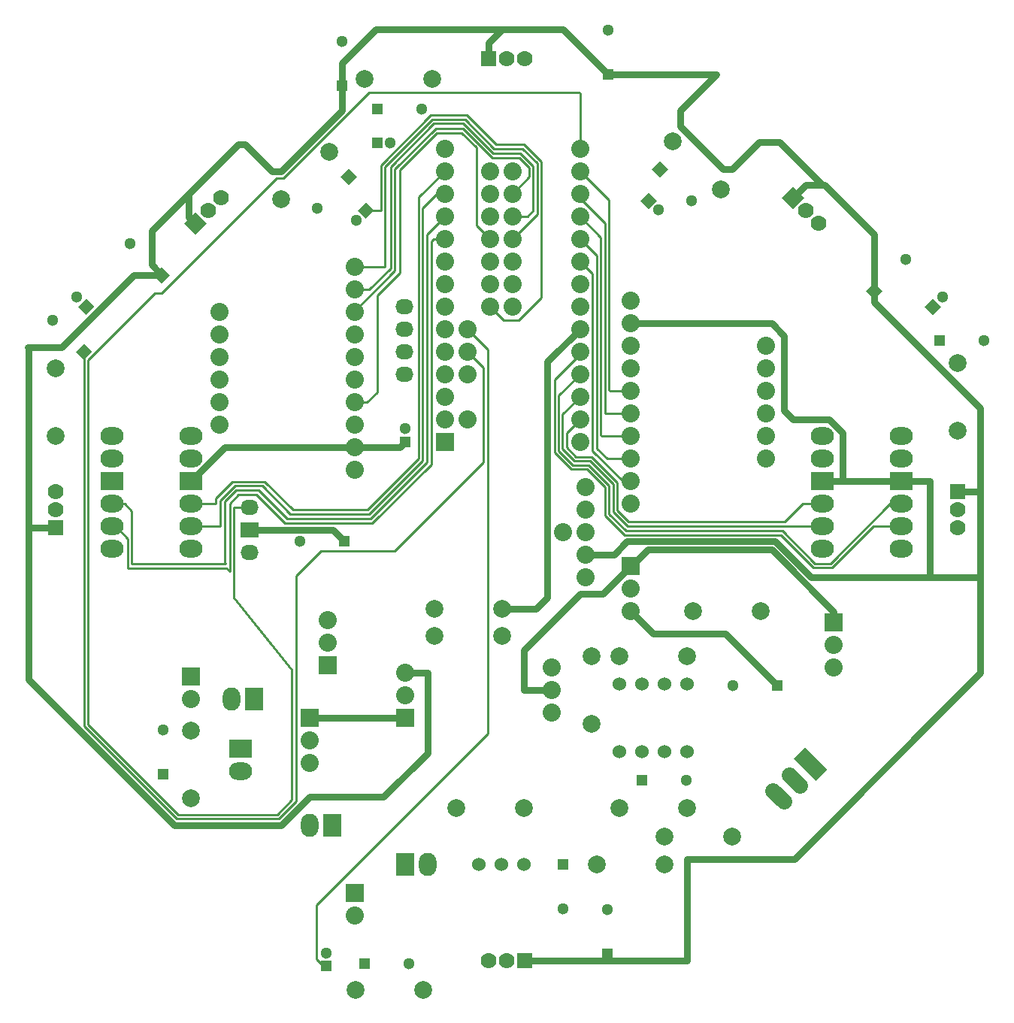
<source format=gbr>
G04 #@! TF.FileFunction,Copper,L1,Top,Signal*
%FSLAX46Y46*%
G04 Gerber Fmt 4.6, Leading zero omitted, Abs format (unit mm)*
G04 Created by KiCad (PCBNEW 4.0.4-stable) date 12/10/16 14:43:47*
%MOMM*%
%LPD*%
G01*
G04 APERTURE LIST*
%ADD10C,0.100000*%
%ADD11O,2.032000X1.727200*%
%ADD12C,1.778000*%
%ADD13R,1.778000X1.778000*%
%ADD14R,1.300000X1.300000*%
%ADD15C,1.300000*%
%ADD16R,2.032000X2.032000*%
%ADD17O,2.032000X2.032000*%
%ADD18C,1.998980*%
%ADD19O,2.000000X2.600000*%
%ADD20R,2.000000X2.600000*%
%ADD21C,2.032000*%
%ADD22C,1.800860*%
%ADD23R,2.032000X1.727200*%
%ADD24O,2.600000X2.000000*%
%ADD25R,2.600000X2.000000*%
%ADD26C,1.524000*%
%ADD27C,0.762000*%
%ADD28C,0.250000*%
G04 APERTURE END LIST*
D10*
D11*
X140843000Y-78740000D03*
X140843000Y-81280000D03*
X140843000Y-83820000D03*
X140843000Y-86360000D03*
D10*
G36*
X117308159Y-70639077D02*
X116050923Y-69381841D01*
X117308159Y-68124605D01*
X118565395Y-69381841D01*
X117308159Y-70639077D01*
X117308159Y-70639077D01*
G37*
D12*
X118745000Y-67945000D03*
X120181841Y-66508159D03*
D13*
X203200000Y-99568000D03*
D12*
X203200000Y-101600000D03*
X203200000Y-103632000D03*
D14*
X201168000Y-82550000D03*
D15*
X206168000Y-82550000D03*
D10*
G36*
X168752761Y-63246000D02*
X169672000Y-62326761D01*
X170591239Y-63246000D01*
X169672000Y-64165239D01*
X168752761Y-63246000D01*
X168752761Y-63246000D01*
G37*
D15*
X173207534Y-66781534D03*
D14*
X137795000Y-56515000D03*
D15*
X142795000Y-56515000D03*
D10*
G36*
X134620000Y-63215761D02*
X135539239Y-64135000D01*
X134620000Y-65054239D01*
X133700761Y-64135000D01*
X134620000Y-63215761D01*
X134620000Y-63215761D01*
G37*
D15*
X131084466Y-67670534D03*
D10*
G36*
X105694239Y-83820000D02*
X104775000Y-84739239D01*
X103855761Y-83820000D01*
X104775000Y-82900761D01*
X105694239Y-83820000D01*
X105694239Y-83820000D01*
G37*
D15*
X101239466Y-80284466D03*
D14*
X136398000Y-152781000D03*
D15*
X141398000Y-152781000D03*
D10*
G36*
X193802000Y-77881239D02*
X192882761Y-76962000D01*
X193802000Y-76042761D01*
X194721239Y-76962000D01*
X193802000Y-77881239D01*
X193802000Y-77881239D01*
G37*
D15*
X197337534Y-73426466D03*
D14*
X163830000Y-52578000D03*
D15*
X163830000Y-47578000D03*
D14*
X133858000Y-53848000D03*
D15*
X133858000Y-48848000D03*
D10*
G36*
X114457239Y-75184000D02*
X113538000Y-76103239D01*
X112618761Y-75184000D01*
X113538000Y-74264761D01*
X114457239Y-75184000D01*
X114457239Y-75184000D01*
G37*
D15*
X110002466Y-71648466D03*
D14*
X163703000Y-151638000D03*
D15*
X163703000Y-146638000D03*
D14*
X113665000Y-131445000D03*
D15*
X113665000Y-126445000D03*
D14*
X167640000Y-132080000D03*
D15*
X172640000Y-132080000D03*
D14*
X158750000Y-141605000D03*
D15*
X158750000Y-146605000D03*
D14*
X182880000Y-121412000D03*
D15*
X177880000Y-121412000D03*
D16*
X116840000Y-120396000D03*
D17*
X116840000Y-122936000D03*
D18*
X146685000Y-135255000D03*
X154305000Y-135255000D03*
X165100000Y-135255000D03*
X172720000Y-135255000D03*
X170180000Y-141605000D03*
X162560000Y-141605000D03*
X177800000Y-138430000D03*
X170180000Y-138430000D03*
X165100000Y-118110000D03*
X172720000Y-118110000D03*
X161925000Y-125730000D03*
X161925000Y-118110000D03*
X151892000Y-115824000D03*
X144272000Y-115824000D03*
X144272000Y-112776000D03*
X151892000Y-112776000D03*
X180975000Y-113030000D03*
X173355000Y-113030000D03*
X143002000Y-155702000D03*
X135382000Y-155702000D03*
X101600000Y-93345000D03*
X101600000Y-85725000D03*
X127000000Y-66675000D03*
X132388154Y-61286846D03*
X144018000Y-53086000D03*
X136398000Y-53086000D03*
X176530000Y-65532000D03*
X171141846Y-60143846D03*
X203200000Y-92710000D03*
X203200000Y-85090000D03*
D19*
X130175000Y-137160000D03*
D20*
X132715000Y-137160000D03*
D16*
X135255000Y-144780000D03*
D17*
X135255000Y-147320000D03*
D14*
X134112000Y-105156000D03*
D15*
X129112000Y-105156000D03*
D19*
X121412000Y-122936000D03*
D20*
X123952000Y-122936000D03*
D21*
X161290000Y-109220000D03*
X161290000Y-106680000D03*
X161290000Y-104140000D03*
X161290000Y-101600000D03*
X161290000Y-99060000D03*
X158750000Y-104140000D03*
D13*
X154432000Y-152400000D03*
D12*
X152400000Y-152400000D03*
X150368000Y-152400000D03*
D13*
X150368000Y-50800000D03*
D12*
X152400000Y-50800000D03*
X154432000Y-50800000D03*
D13*
X101600000Y-103632000D03*
D12*
X101600000Y-101600000D03*
X101600000Y-99568000D03*
D10*
G36*
X183360923Y-66508159D02*
X184618159Y-65250923D01*
X185875395Y-66508159D01*
X184618159Y-67765395D01*
X183360923Y-66508159D01*
X183360923Y-66508159D01*
G37*
D12*
X186055000Y-67945000D03*
X187491841Y-69381841D03*
D21*
X166370000Y-100965000D03*
X166370000Y-98425000D03*
X166370000Y-95885000D03*
X166370000Y-93345000D03*
X166370000Y-90805000D03*
X166370000Y-88265000D03*
X166370000Y-85725000D03*
X166370000Y-83185000D03*
X166370000Y-80645000D03*
X166370000Y-78105000D03*
X181610000Y-83185000D03*
X181610000Y-85725000D03*
X181610000Y-88265000D03*
X181610000Y-90805000D03*
X181610000Y-93345000D03*
X181610000Y-95885000D03*
D10*
G36*
X185980272Y-128409770D02*
X188455230Y-130884728D01*
X187181830Y-132158128D01*
X184706872Y-129683170D01*
X185980272Y-128409770D01*
X185980272Y-128409770D01*
G37*
D22*
X185385779Y-132680779D02*
X184184221Y-131479221D01*
X183589728Y-134476830D02*
X182388170Y-133275272D01*
D11*
X123444000Y-101346000D03*
D23*
X123444000Y-103886000D03*
D11*
X123444000Y-106426000D03*
D24*
X196850000Y-106045000D03*
X196850000Y-103505000D03*
X196850000Y-100965000D03*
D25*
X196850000Y-98425000D03*
D24*
X196850000Y-95885000D03*
X196850000Y-93345000D03*
X187960000Y-106045000D03*
X187960000Y-103505000D03*
X187960000Y-100965000D03*
D25*
X187960000Y-98425000D03*
D24*
X187960000Y-95885000D03*
X187960000Y-93345000D03*
D18*
X116840000Y-126492000D03*
X116840000Y-134112000D03*
D20*
X140970000Y-141605000D03*
D19*
X143510000Y-141605000D03*
D25*
X122428000Y-128524000D03*
D24*
X122428000Y-131064000D03*
D26*
X151765000Y-141605000D03*
X149225000Y-141605000D03*
X154305000Y-141605000D03*
D16*
X145415000Y-93980000D03*
D21*
X145415000Y-91440000D03*
X145415000Y-88900000D03*
X145415000Y-86360000D03*
X145415000Y-83820000D03*
X145415000Y-81280000D03*
X145415000Y-78740000D03*
X145415000Y-76200000D03*
X145415000Y-73660000D03*
X145415000Y-71120000D03*
X145415000Y-68580000D03*
X145415000Y-66040000D03*
X145415000Y-63500000D03*
X145415000Y-60960000D03*
X147955000Y-91440000D03*
X147955000Y-86360000D03*
X147955000Y-83820000D03*
X147955000Y-81280000D03*
X160655000Y-60960000D03*
X160655000Y-63500000D03*
X160655000Y-66040000D03*
X160655000Y-68580000D03*
X160655000Y-71120000D03*
X160655000Y-73660000D03*
X160655000Y-76200000D03*
X160655000Y-78740000D03*
X160655000Y-81280000D03*
X160655000Y-83820000D03*
X160655000Y-86360000D03*
X160655000Y-88900000D03*
X160655000Y-91440000D03*
X160655000Y-93980000D03*
X153035000Y-63500000D03*
X153035000Y-66040000D03*
X153035000Y-68580000D03*
X153035000Y-71120000D03*
X153035000Y-73660000D03*
X153035000Y-76200000D03*
X153035000Y-78740000D03*
X150495000Y-78740000D03*
X150495000Y-76200000D03*
X150495000Y-73660000D03*
X150495000Y-71120000D03*
X150495000Y-68580000D03*
X150495000Y-66040000D03*
X150495000Y-63500000D03*
X135255000Y-74295000D03*
X135255000Y-76835000D03*
X135255000Y-79375000D03*
X135255000Y-81915000D03*
X135255000Y-84455000D03*
X135255000Y-86995000D03*
X135255000Y-89535000D03*
X135255000Y-92075000D03*
X135255000Y-94615000D03*
X135255000Y-97155000D03*
X120015000Y-92075000D03*
X120015000Y-89535000D03*
X120015000Y-86995000D03*
X120015000Y-84455000D03*
X120015000Y-81915000D03*
X120015000Y-79375000D03*
D24*
X116840000Y-106045000D03*
X116840000Y-103505000D03*
X116840000Y-100965000D03*
D25*
X116840000Y-98425000D03*
D24*
X116840000Y-95885000D03*
X116840000Y-93345000D03*
X107950000Y-106045000D03*
X107950000Y-103505000D03*
X107950000Y-100965000D03*
D25*
X107950000Y-98425000D03*
D24*
X107950000Y-95885000D03*
X107950000Y-93345000D03*
D26*
X167640000Y-121285000D03*
X170180000Y-121285000D03*
X172720000Y-121285000D03*
X165100000Y-121285000D03*
X165100000Y-128905000D03*
X167640000Y-128905000D03*
X170180000Y-128905000D03*
X172720000Y-128905000D03*
D21*
X166370000Y-110490000D03*
X166370000Y-113030000D03*
D16*
X166370000Y-107950000D03*
D21*
X140970000Y-122555000D03*
X140970000Y-120015000D03*
D16*
X140970000Y-125095000D03*
D21*
X130175000Y-127635000D03*
X130175000Y-130175000D03*
D16*
X130175000Y-125095000D03*
D21*
X189230000Y-116840000D03*
X189230000Y-119380000D03*
D16*
X189230000Y-114300000D03*
D21*
X132207000Y-116586000D03*
X132207000Y-114046000D03*
D16*
X132207000Y-119126000D03*
D15*
X140970000Y-92480000D03*
D14*
X140970000Y-93980000D03*
D15*
X132080000Y-151535000D03*
D14*
X132080000Y-153035000D03*
D15*
X103968340Y-77679340D03*
D10*
G36*
X105948239Y-78740000D02*
X105029000Y-79659239D01*
X104109761Y-78740000D01*
X105029000Y-77820761D01*
X105948239Y-78740000D01*
X105948239Y-78740000D01*
G37*
D15*
X135464340Y-69005660D03*
D10*
G36*
X136525000Y-67025761D02*
X137444239Y-67945000D01*
X136525000Y-68864239D01*
X135605761Y-67945000D01*
X136525000Y-67025761D01*
X136525000Y-67025761D01*
G37*
D15*
X139295000Y-60325000D03*
D14*
X137795000Y-60325000D03*
D15*
X169462660Y-67862660D03*
D10*
G36*
X167482761Y-66802000D02*
X168402000Y-65882761D01*
X169321239Y-66802000D01*
X168402000Y-67721239D01*
X167482761Y-66802000D01*
X167482761Y-66802000D01*
G37*
D15*
X201466660Y-77679340D03*
D10*
G36*
X200406000Y-79659239D02*
X199486761Y-78740000D01*
X200406000Y-77820761D01*
X201325239Y-78740000D01*
X200406000Y-79659239D01*
X200406000Y-79659239D01*
G37*
D21*
X157480000Y-121920000D03*
X157480000Y-119380000D03*
X157480000Y-124460000D03*
D27*
X166370000Y-113030000D02*
X168910000Y-115570000D01*
X177038000Y-115570000D02*
X182880000Y-121412000D01*
X168910000Y-115570000D02*
X177038000Y-115570000D01*
D28*
X162052000Y-75057000D02*
X160655000Y-73660000D01*
X162052000Y-94996000D02*
X162052000Y-75057000D01*
X166370000Y-98425000D02*
X165481000Y-98425000D01*
X165481000Y-98425000D02*
X162052000Y-94996000D01*
X162560000Y-73025000D02*
X160655000Y-71120000D01*
X162560000Y-94742000D02*
X162560000Y-73025000D01*
X163703000Y-95885000D02*
X162560000Y-94742000D01*
X166370000Y-95885000D02*
X163703000Y-95885000D01*
X163010002Y-70935002D02*
X160655000Y-68580000D01*
X163010002Y-93218000D02*
X163010002Y-70935002D01*
X163137002Y-93345000D02*
X163010002Y-93218000D01*
X166370000Y-93345000D02*
X163137002Y-93345000D01*
X163910006Y-66755006D02*
X160655000Y-63500000D01*
X163910006Y-88138000D02*
X163910006Y-66755006D01*
X164037006Y-88265000D02*
X163910006Y-88138000D01*
X166370000Y-88265000D02*
X164037006Y-88265000D01*
D27*
X130175000Y-125095000D02*
X140970000Y-125095000D01*
X157480000Y-121920000D02*
X154305000Y-121920000D01*
X154305000Y-121920000D02*
X154305000Y-117475000D01*
X163195000Y-111125000D02*
X166370000Y-107950000D01*
X160655000Y-111125000D02*
X163195000Y-111125000D01*
X154305000Y-117475000D02*
X160655000Y-111125000D01*
X166370000Y-107950000D02*
X166456006Y-107950000D01*
X166456006Y-107950000D02*
X168275000Y-106131006D01*
X168275000Y-106131006D02*
X182240530Y-106131006D01*
X182240530Y-106131006D02*
X189230000Y-113120476D01*
X189230000Y-113120476D02*
X189230000Y-114300000D01*
D28*
X123444000Y-101346000D02*
X121666000Y-101346000D01*
X160655000Y-54737000D02*
X160655000Y-60960000D01*
X160528000Y-54610000D02*
X160655000Y-54737000D01*
X136906000Y-54610000D02*
X160528000Y-54610000D01*
X127254000Y-64262000D02*
X136906000Y-54610000D01*
X126492000Y-64262000D02*
X127254000Y-64262000D01*
X113538000Y-77216000D02*
X126492000Y-64262000D01*
X112776000Y-77216000D02*
X113538000Y-77216000D01*
X105225002Y-84766998D02*
X112776000Y-77216000D01*
X105225002Y-125815166D02*
X105225002Y-84766998D01*
X115371418Y-135961582D02*
X105225002Y-125815166D01*
X126563582Y-135961582D02*
X115371418Y-135961582D01*
X128143000Y-134340600D02*
X126563582Y-135961582D01*
X128143000Y-119659400D02*
X128143000Y-134340600D01*
X121666000Y-111506000D02*
X128143000Y-119659400D01*
X121666000Y-101346000D02*
X121666000Y-111506000D01*
X158230996Y-94987792D02*
X158230996Y-88784004D01*
X158230996Y-88784004D02*
X160655000Y-86360000D01*
X158230996Y-94987792D02*
X159838407Y-96595203D01*
X159838407Y-96595203D02*
X161616407Y-96595203D01*
X161616407Y-96595203D02*
X163945996Y-98924792D01*
X163945996Y-98924792D02*
X163945996Y-102098394D01*
X163945996Y-102098394D02*
X165860602Y-104013000D01*
X165860602Y-104013000D02*
X183445998Y-104013000D01*
X183445998Y-104013000D02*
X187128998Y-107696000D01*
X187128998Y-107696000D02*
X188849000Y-107696000D01*
X195580000Y-100965000D02*
X188849000Y-107696000D01*
X160655000Y-83820000D02*
X160655000Y-84074000D01*
X160655000Y-84074000D02*
X157780994Y-86948006D01*
X157780994Y-86948006D02*
X157780994Y-95174188D01*
X157780994Y-95174188D02*
X159652011Y-97045205D01*
X159652011Y-97045205D02*
X161430011Y-97045205D01*
X161430011Y-97045205D02*
X163495994Y-99111188D01*
X163495994Y-99111188D02*
X163495994Y-102284790D01*
X163495994Y-102284790D02*
X165674206Y-104463002D01*
X165674206Y-104463002D02*
X183259602Y-104463002D01*
X183259602Y-104463002D02*
X186942602Y-108146002D01*
X186942602Y-108146002D02*
X189035396Y-108146002D01*
X189035396Y-108146002D02*
X193676398Y-103505000D01*
X193676398Y-103505000D02*
X196850000Y-103505000D01*
X159131000Y-92964000D02*
X160655000Y-91440000D01*
X159131000Y-94615000D02*
X159131000Y-92964000D01*
X160211199Y-95695199D02*
X159131000Y-94615000D01*
X161989199Y-95695199D02*
X160211199Y-95695199D01*
X164846000Y-98552000D02*
X161989199Y-95695199D01*
X164846000Y-101725602D02*
X164846000Y-98552000D01*
X166117398Y-102997000D02*
X164846000Y-101725602D01*
X183699998Y-102997000D02*
X166117398Y-102997000D01*
X185731998Y-100965000D02*
X183699998Y-102997000D01*
X187960000Y-100965000D02*
X185731998Y-100965000D01*
X158680998Y-90874002D02*
X160655000Y-88900000D01*
X158680998Y-94801396D02*
X158680998Y-90874002D01*
X160024803Y-96145201D02*
X158680998Y-94801396D01*
X161802803Y-96145201D02*
X160024803Y-96145201D01*
X164395998Y-98738396D02*
X161802803Y-96145201D01*
X164395998Y-101911998D02*
X164395998Y-98738396D01*
X165989000Y-103505000D02*
X164395998Y-101911998D01*
X187960000Y-103505000D02*
X165989000Y-103505000D01*
D27*
X156972000Y-84963000D02*
X160655000Y-81280000D01*
X156972000Y-111506000D02*
X156972000Y-84963000D01*
X155702000Y-112776000D02*
X156972000Y-111506000D01*
X151892000Y-112776000D02*
X155702000Y-112776000D01*
D28*
X132080000Y-153035000D02*
X131699000Y-153035000D01*
X131699000Y-153035000D02*
X130937000Y-152273000D01*
X150241000Y-83566000D02*
X147955000Y-81280000D01*
X150241000Y-126873000D02*
X150241000Y-83566000D01*
X130937000Y-146177000D02*
X150241000Y-126873000D01*
X130937000Y-152273000D02*
X130937000Y-146177000D01*
X149733000Y-96323998D02*
X149733000Y-85598000D01*
X139757998Y-106299000D02*
X149733000Y-96323998D01*
X131445000Y-106299000D02*
X139757998Y-106299000D01*
X128651000Y-109093000D02*
X131445000Y-106299000D01*
X128651000Y-134510562D02*
X128651000Y-109093000D01*
X126749978Y-136411584D02*
X128651000Y-134510562D01*
X115185022Y-136411584D02*
X126749978Y-136411584D01*
X104775000Y-126001562D02*
X115185022Y-136411584D01*
X104775000Y-83820000D02*
X104775000Y-126001562D01*
X149733000Y-85598000D02*
X147955000Y-83820000D01*
X136525000Y-67945000D02*
X138208598Y-67945000D01*
X152019000Y-80264000D02*
X150495000Y-78740000D01*
X153720800Y-80264000D02*
X152019000Y-80264000D01*
X156279002Y-77705798D02*
X153720800Y-80264000D01*
X156279002Y-62424604D02*
X156279002Y-77705798D01*
X154353392Y-60498994D02*
X156279002Y-62424604D01*
X151178392Y-60498994D02*
X154353392Y-60498994D01*
X147887396Y-57207998D02*
X151178392Y-60498994D01*
X143831604Y-57207998D02*
X147887396Y-57207998D01*
X138233998Y-62805604D02*
X143831604Y-57207998D01*
X138233998Y-67919600D02*
X138233998Y-62805604D01*
X138208598Y-67945000D02*
X138233998Y-67919600D01*
X150495000Y-78740000D02*
X150495000Y-78867000D01*
D27*
X123444000Y-103886000D02*
X132842000Y-103886000D01*
X132842000Y-103886000D02*
X134112000Y-105156000D01*
X196850000Y-98425000D02*
X200025000Y-98425000D01*
X200025000Y-98425000D02*
X200025000Y-109220000D01*
X161290000Y-106680000D02*
X164465000Y-106680000D01*
X186690000Y-109220000D02*
X200025000Y-109220000D01*
X182639004Y-105169004D02*
X186690000Y-109220000D01*
X165975996Y-105169004D02*
X182639004Y-105169004D01*
X164465000Y-106680000D02*
X165975996Y-105169004D01*
X200025000Y-109220000D02*
X205740000Y-109220000D01*
X98552000Y-103505000D02*
X98552000Y-120777000D01*
X143510000Y-120015000D02*
X140970000Y-120015000D01*
X143510000Y-129014438D02*
X143510000Y-120015000D01*
X138539438Y-133985000D02*
X143510000Y-129014438D01*
X130175000Y-133985000D02*
X138539438Y-133985000D01*
X127000000Y-137160000D02*
X130175000Y-133985000D01*
X114935000Y-137160000D02*
X127000000Y-137160000D01*
X98552000Y-120777000D02*
X114935000Y-137160000D01*
X98552000Y-83439000D02*
X98552000Y-103505000D01*
X98552000Y-103505000D02*
X98679000Y-103632000D01*
X163830000Y-152400000D02*
X172720000Y-152400000D01*
X205740000Y-120015000D02*
X205740000Y-109220000D01*
X205740000Y-109220000D02*
X205740000Y-99568000D01*
X184785000Y-140970000D02*
X205740000Y-120015000D01*
X172720000Y-140970000D02*
X184785000Y-140970000D01*
X172720000Y-152400000D02*
X172720000Y-140970000D01*
X135255000Y-94615000D02*
X120650000Y-94615000D01*
X120650000Y-94615000D02*
X116840000Y-98425000D01*
X135255000Y-94615000D02*
X140335000Y-94615000D01*
X140335000Y-94615000D02*
X140970000Y-93980000D01*
X166370000Y-80645000D02*
X182245000Y-80645000D01*
X182245000Y-80645000D02*
X183642000Y-82042000D01*
X183642000Y-82042000D02*
X183642000Y-90424000D01*
X183642000Y-90424000D02*
X184658000Y-91440000D01*
X184658000Y-91440000D02*
X188722000Y-91440000D01*
X188722000Y-91440000D02*
X190246000Y-92964000D01*
X190246000Y-92964000D02*
X190246000Y-98298000D01*
X190246000Y-98298000D02*
X190119000Y-98425000D01*
X190119000Y-98425000D02*
X187960000Y-98425000D01*
X187960000Y-98425000D02*
X196850000Y-98425000D01*
X163703000Y-151638000D02*
X163703000Y-152400000D01*
X163703000Y-152400000D02*
X163830000Y-152400000D01*
X154432000Y-152400000D02*
X163830000Y-152400000D01*
X193802000Y-76962000D02*
X193802000Y-78232000D01*
X205740000Y-99568000D02*
X203200000Y-99568000D01*
X205740000Y-90170000D02*
X205740000Y-99568000D01*
X193802000Y-78232000D02*
X205740000Y-90170000D01*
X113538000Y-75184000D02*
X110363000Y-75184000D01*
X110363000Y-75184000D02*
X102235000Y-83312000D01*
X102235000Y-83312000D02*
X98425000Y-83312000D01*
X98425000Y-83312000D02*
X98552000Y-83439000D01*
X98679000Y-103632000D02*
X101600000Y-103632000D01*
X116586000Y-66040000D02*
X112395000Y-70231000D01*
X112395000Y-74041000D02*
X113538000Y-75184000D01*
X112395000Y-70231000D02*
X112395000Y-74041000D01*
X133858000Y-53848000D02*
X133858000Y-56642000D01*
X122174000Y-60452000D02*
X116586000Y-66040000D01*
X122936000Y-60452000D02*
X122174000Y-60452000D01*
X125984000Y-63500000D02*
X122936000Y-60452000D01*
X127000000Y-63500000D02*
X125984000Y-63500000D01*
X133858000Y-56642000D02*
X127000000Y-63500000D01*
X151892000Y-47498000D02*
X137668000Y-47498000D01*
X133858000Y-51308000D02*
X133858000Y-53848000D01*
X137668000Y-47498000D02*
X133858000Y-51308000D01*
X116586000Y-68659682D02*
X117308159Y-69381841D01*
X116586000Y-66040000D02*
X116586000Y-68659682D01*
X187960000Y-65024000D02*
X183134000Y-60198000D01*
X176022000Y-52578000D02*
X163830000Y-52578000D01*
X171958000Y-56642000D02*
X176022000Y-52578000D01*
X171958000Y-58420000D02*
X171958000Y-56642000D01*
X176784000Y-63246000D02*
X171958000Y-58420000D01*
X177800000Y-63246000D02*
X176784000Y-63246000D01*
X180848000Y-60198000D02*
X177800000Y-63246000D01*
X183134000Y-60198000D02*
X180848000Y-60198000D01*
X163830000Y-52578000D02*
X158750000Y-47498000D01*
X150368000Y-49022000D02*
X150368000Y-50800000D01*
X193802000Y-76962000D02*
X193802000Y-70612000D01*
X186102318Y-65024000D02*
X184618159Y-66508159D01*
X188214000Y-65024000D02*
X187960000Y-65024000D01*
X187960000Y-65024000D02*
X186102318Y-65024000D01*
X193802000Y-70612000D02*
X188214000Y-65024000D01*
X151892000Y-47498000D02*
X150368000Y-49022000D01*
X158750000Y-47498000D02*
X151892000Y-47498000D01*
D28*
X135255000Y-79375000D02*
X135255000Y-79248000D01*
X135255000Y-79248000D02*
X139769002Y-74733998D01*
X139769002Y-74733998D02*
X139769002Y-63303998D01*
X139769002Y-63303998D02*
X144399000Y-58674000D01*
X144399000Y-58674000D02*
X147444204Y-58674000D01*
X147444204Y-58674000D02*
X150746204Y-61976000D01*
X150746204Y-61976000D02*
X153795602Y-61976000D01*
X153795602Y-61976000D02*
X154928996Y-63109394D01*
X154928996Y-63109394D02*
X154928996Y-64146004D01*
X154928996Y-64146004D02*
X153035000Y-66040000D01*
X135255000Y-74295000D02*
X138684000Y-74295000D01*
X155829000Y-68326000D02*
X153035000Y-71120000D01*
X155829000Y-62611000D02*
X155829000Y-68326000D01*
X154166996Y-60948996D02*
X155829000Y-62611000D01*
X150991996Y-60948996D02*
X154166996Y-60948996D01*
X147701000Y-57658000D02*
X150991996Y-60948996D01*
X144018000Y-57658000D02*
X147701000Y-57658000D01*
X138684000Y-62992000D02*
X144018000Y-57658000D01*
X138684000Y-74295000D02*
X138684000Y-62992000D01*
X135255000Y-76835000D02*
X136906000Y-76835000D01*
X154743998Y-68580000D02*
X153035000Y-68580000D01*
X155378998Y-67945000D02*
X154743998Y-68580000D01*
X155378998Y-62922998D02*
X155378998Y-67945000D01*
X153924000Y-61468000D02*
X155378998Y-62922998D01*
X150874602Y-61468000D02*
X153924000Y-61468000D01*
X147514604Y-58108002D02*
X150874602Y-61468000D01*
X144204396Y-58108002D02*
X147514604Y-58108002D01*
X139319000Y-62993398D02*
X144204396Y-58108002D01*
X139319000Y-74422000D02*
X139319000Y-62993398D01*
X136906000Y-76835000D02*
X139319000Y-74422000D01*
X135255000Y-89535000D02*
X136652000Y-89535000D01*
X148971000Y-69596000D02*
X150495000Y-71120000D01*
X148971000Y-60837194D02*
X148971000Y-69596000D01*
X147315806Y-59182000D02*
X148971000Y-60837194D01*
X144527398Y-59182000D02*
X147315806Y-59182000D01*
X140335000Y-63374398D02*
X144527398Y-59182000D01*
X140335000Y-74930000D02*
X140335000Y-63374398D01*
X137795699Y-77469301D02*
X140335000Y-74930000D01*
X137795699Y-88391301D02*
X137795699Y-77469301D01*
X136652000Y-89535000D02*
X137795699Y-88391301D01*
X160655000Y-66040000D02*
X160655000Y-66536996D01*
X160655000Y-66536996D02*
X163460004Y-69342000D01*
X163460004Y-69342000D02*
X163460004Y-90805000D01*
X163460004Y-90805000D02*
X166370000Y-90805000D01*
X145415000Y-71120000D02*
X144145000Y-71120000D01*
X109728000Y-104902000D02*
X108331000Y-103505000D01*
X109728000Y-108204000D02*
X109728000Y-104902000D01*
X120834998Y-108204000D02*
X109728000Y-108204000D01*
X121215998Y-108585000D02*
X120834998Y-108204000D01*
X121215998Y-100907002D02*
X121215998Y-108585000D01*
X122174000Y-99949000D02*
X121215998Y-100907002D01*
X124206000Y-99949000D02*
X122174000Y-99949000D01*
X127436998Y-103179998D02*
X124206000Y-99949000D01*
X137231002Y-103179998D02*
X127436998Y-103179998D01*
X143891000Y-96520000D02*
X137231002Y-103179998D01*
X143891000Y-71374000D02*
X143891000Y-96520000D01*
X144145000Y-71120000D02*
X143891000Y-71374000D01*
X108331000Y-103505000D02*
X107950000Y-103505000D01*
X107950000Y-100965000D02*
X109347000Y-100965000D01*
X143383000Y-70612000D02*
X145415000Y-68580000D01*
X143383000Y-96266000D02*
X143383000Y-70612000D01*
X137033000Y-102616000D02*
X143383000Y-96266000D01*
X127635000Y-102616000D02*
X137033000Y-102616000D01*
X124460000Y-99441000D02*
X127635000Y-102616000D01*
X121920000Y-99441000D02*
X124460000Y-99441000D01*
X120650000Y-100711000D02*
X121920000Y-99441000D01*
X120650000Y-107580004D02*
X120650000Y-100711000D01*
X120765996Y-107696000D02*
X120650000Y-107580004D01*
X110178002Y-107696000D02*
X120765996Y-107696000D01*
X110178002Y-101796002D02*
X110178002Y-107696000D01*
X109347000Y-100965000D02*
X110178002Y-101796002D01*
X145415000Y-66040000D02*
X144526000Y-66040000D01*
X144526000Y-66040000D02*
X142932998Y-67633002D01*
X142932998Y-67633002D02*
X142932998Y-96079604D01*
X142932998Y-96079604D02*
X136904602Y-102108000D01*
X136904602Y-102108000D02*
X128016000Y-102108000D01*
X128016000Y-102108000D02*
X124841000Y-98933000D01*
X124841000Y-98933000D02*
X121791602Y-98933000D01*
X121791602Y-98933000D02*
X120142000Y-100582602D01*
X120142000Y-100582602D02*
X120142000Y-103505000D01*
X120142000Y-103505000D02*
X116840000Y-103505000D01*
X116840000Y-100965000D02*
X119634000Y-100965000D01*
X142482996Y-66432004D02*
X145415000Y-63500000D01*
X142482996Y-95893208D02*
X142482996Y-66432004D01*
X136718206Y-101657998D02*
X142482996Y-95893208D01*
X128327998Y-101657998D02*
X136718206Y-101657998D01*
X125152998Y-98482998D02*
X128327998Y-101657998D01*
X121481002Y-98482998D02*
X125152998Y-98482998D01*
X119634000Y-100330000D02*
X121481002Y-98482998D01*
X119634000Y-100965000D02*
X119634000Y-100330000D01*
X116840000Y-100965000D02*
X117475000Y-100965000D01*
M02*

</source>
